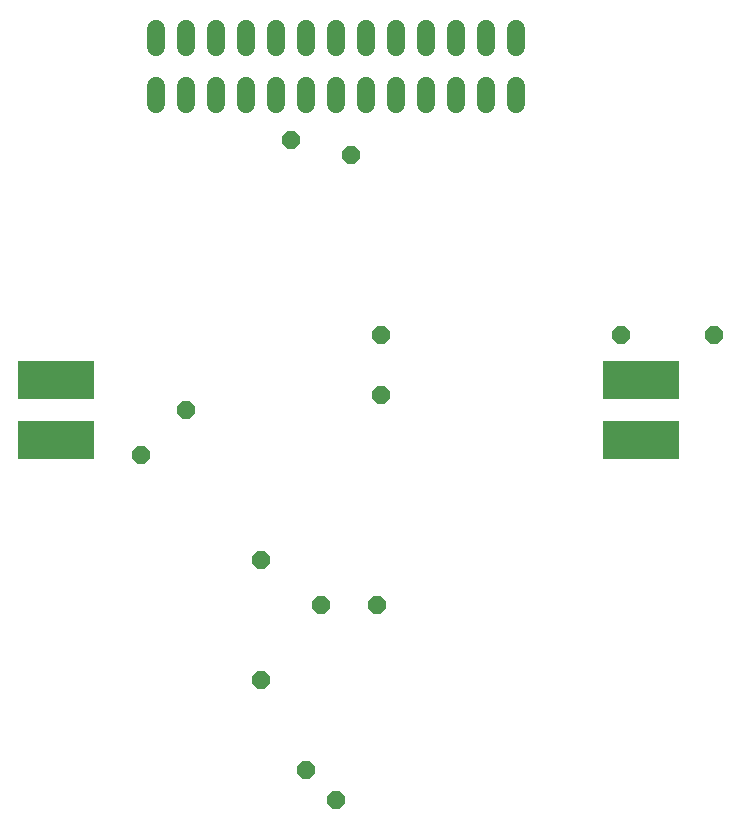
<source format=gbr>
G04 EAGLE Gerber RS-274X export*
G75*
%MOMM*%
%FSLAX34Y34*%
%LPD*%
%INBottom Copper*%
%IPPOS*%
%AMOC8*
5,1,8,0,0,1.08239X$1,22.5*%
G01*
G04 Define Apertures*
%ADD10C,1.524000*%
%ADD11R,6.451600X3.251200*%
%ADD12P,1.64956X8X22.5*%
D10*
X127000Y741680D02*
X127000Y756920D01*
X152400Y756920D02*
X152400Y741680D01*
X177800Y741680D02*
X177800Y756920D01*
X203200Y756920D02*
X203200Y741680D01*
X228600Y741680D02*
X228600Y756920D01*
X254000Y756920D02*
X254000Y741680D01*
X279400Y741680D02*
X279400Y756920D01*
X304800Y756920D02*
X304800Y741680D01*
X330200Y741680D02*
X330200Y756920D01*
X355600Y756920D02*
X355600Y741680D01*
X381000Y741680D02*
X381000Y756920D01*
X406400Y756920D02*
X406400Y741680D01*
X431800Y741680D02*
X431800Y756920D01*
X127000Y789780D02*
X127000Y805020D01*
X152400Y805020D02*
X152400Y789780D01*
X177800Y789780D02*
X177800Y805020D01*
X203200Y805020D02*
X203200Y789780D01*
X228600Y789780D02*
X228600Y805020D01*
X254000Y805020D02*
X254000Y789780D01*
X279400Y789780D02*
X279400Y805020D01*
X304800Y805020D02*
X304800Y789780D01*
X330200Y789780D02*
X330200Y805020D01*
X355600Y805020D02*
X355600Y789780D01*
X381000Y789780D02*
X381000Y805020D01*
X406400Y805020D02*
X406400Y789780D01*
X431800Y789780D02*
X431800Y805020D01*
D11*
X537718Y457200D03*
X537718Y508000D03*
X42418Y457200D03*
X42418Y508000D03*
D12*
X241300Y711200D03*
X292100Y698500D03*
X215900Y254000D03*
X215900Y355600D03*
X314800Y317500D03*
X266700Y317500D03*
X279400Y152400D03*
X254000Y177800D03*
X599600Y546100D03*
X520700Y546100D03*
X114300Y444500D03*
X152400Y482600D03*
X317500Y546100D03*
X317500Y495300D03*
M02*

</source>
